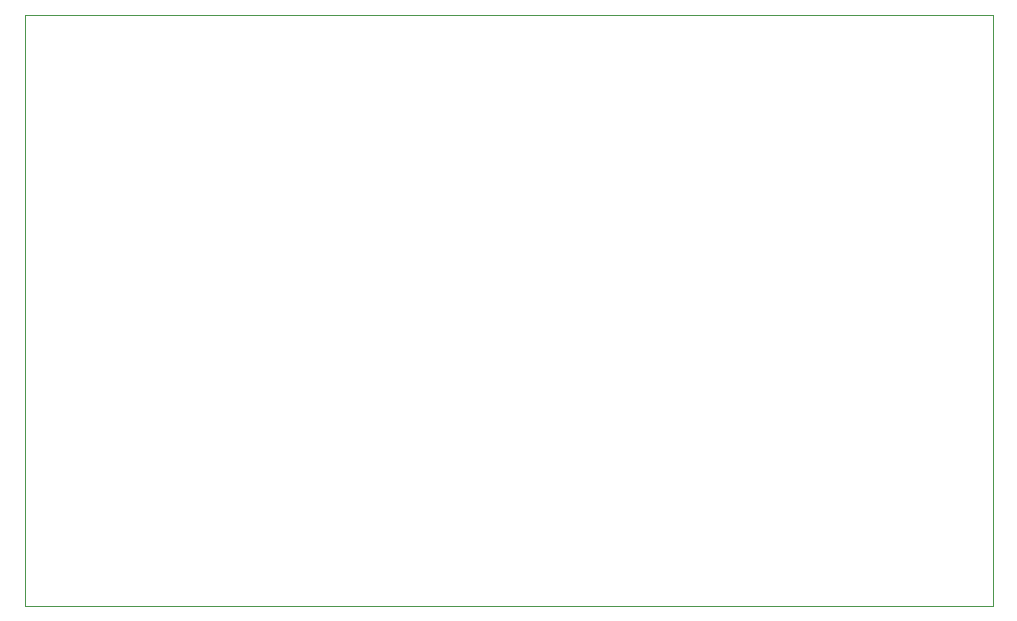
<source format=gm1>
%TF.GenerationSoftware,KiCad,Pcbnew,8.0.2*%
%TF.CreationDate,2024-05-31T22:34:32-04:00*%
%TF.ProjectId,EL Driver,454c2044-7269-4766-9572-2e6b69636164,rev?*%
%TF.SameCoordinates,Original*%
%TF.FileFunction,Profile,NP*%
%FSLAX46Y46*%
G04 Gerber Fmt 4.6, Leading zero omitted, Abs format (unit mm)*
G04 Created by KiCad (PCBNEW 8.0.2) date 2024-05-31 22:34:32*
%MOMM*%
%LPD*%
G01*
G04 APERTURE LIST*
%TA.AperFunction,Profile*%
%ADD10C,0.050000*%
%TD*%
G04 APERTURE END LIST*
D10*
X58000000Y-49000000D02*
X140000000Y-49000000D01*
X140000000Y-99000000D01*
X58000000Y-99000000D01*
X58000000Y-49000000D01*
M02*

</source>
